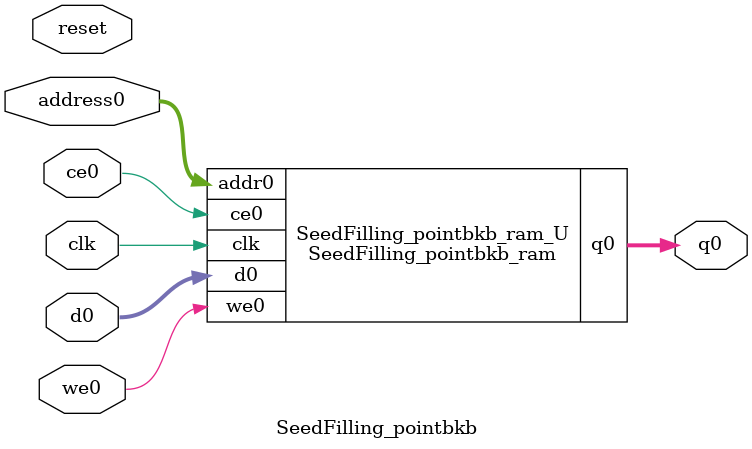
<source format=v>

`timescale 1 ns / 1 ps
module SeedFilling_pointbkb_ram (addr0, ce0, d0, we0, q0,  clk);

parameter DWIDTH = 16;
parameter AWIDTH = 17;
parameter MEM_SIZE = 125000;

input[AWIDTH-1:0] addr0;
input ce0;
input[DWIDTH-1:0] d0;
input we0;
output reg[DWIDTH-1:0] q0;
input clk;

(* ram_style = "block" *)reg [DWIDTH-1:0] ram[0:MEM_SIZE-1];




always @(posedge clk)  
begin 
    if (ce0) 
    begin
        if (we0) 
        begin 
            ram[addr0] <= d0; 
            q0 <= d0;
        end 
        else 
            q0 <= ram[addr0];
    end
end


endmodule


`timescale 1 ns / 1 ps
module SeedFilling_pointbkb(
    reset,
    clk,
    address0,
    ce0,
    we0,
    d0,
    q0);

parameter DataWidth = 32'd16;
parameter AddressRange = 32'd125000;
parameter AddressWidth = 32'd17;
input reset;
input clk;
input[AddressWidth - 1:0] address0;
input ce0;
input we0;
input[DataWidth - 1:0] d0;
output[DataWidth - 1:0] q0;



SeedFilling_pointbkb_ram SeedFilling_pointbkb_ram_U(
    .clk( clk ),
    .addr0( address0 ),
    .ce0( ce0 ),
    .we0( we0 ),
    .d0( d0 ),
    .q0( q0 ));

endmodule


</source>
